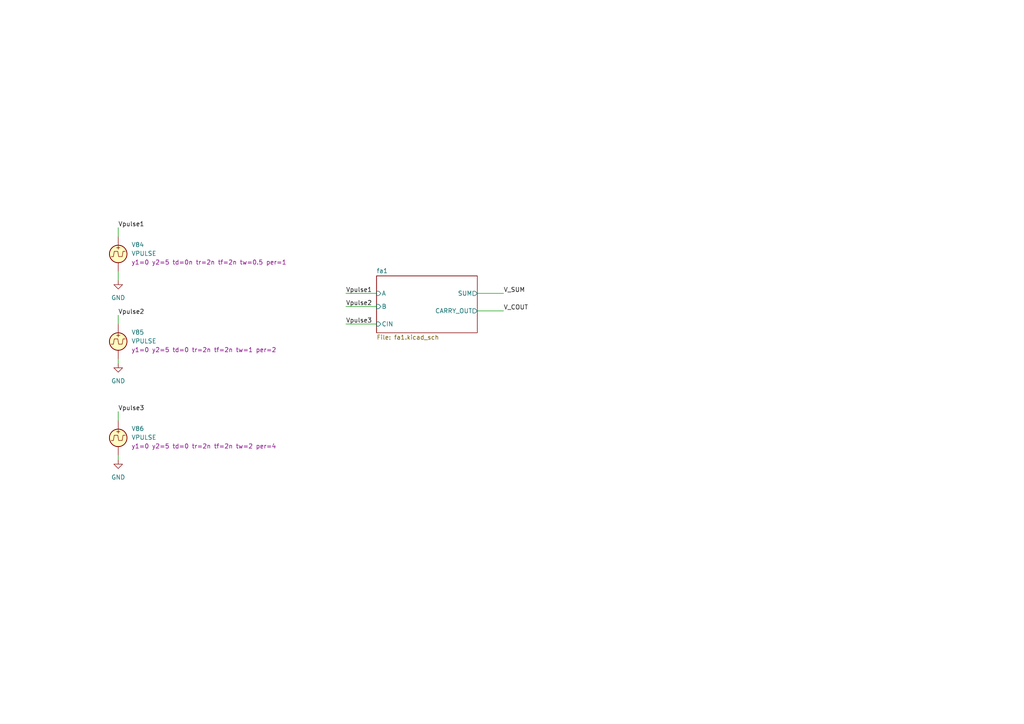
<source format=kicad_sch>
(kicad_sch (version 20250114) (generator "eeschema") (generator_version "9.0")
  (paper "A4")
  (lib_symbols
    (symbol "Simulation_SPICE:VPULSE" (pin_numbers (hide yes)) (pin_names (offset 0.0254))
      (property "Reference" "V" (at 2.54 2.54 0))
      (property "Value" "VPULSE" (at 2.54 0 0))
      (property "Sim.Params" "y1=0 y2=1 td=2n tr=2n tf=2n tw=50n per=100n" (at 2.54 -2.54 0))
      (symbol "VPULSE_0_0"
        (polyline (pts (xy -2.032 -0.762) (xy -1.397 -0.762) (xy -1.143 0.762) (xy -0.127 0.762) (xy 0.127 -0.762) (xy 1.143 -0.762) (xy 1.397 0.762) (xy 2.032 0.762)))
        (text "+" (at 0 1.905 0) (effects (font (size 1.27 1.27))))
      )
      (symbol "VPULSE_0_1"
        (circle (center 0 0) (radius 2.54) (stroke (width 0.254)) (fill (type background)))
      )
      (symbol "VPULSE_1_1"
        (pin passive line (at 0 5.08 270) (length 2.54) (name "~") (number "1"))
        (pin passive line (at 0 -5.08 90) (length 2.54) (name "~") (number "2"))
      )
    )
    (symbol "power:GND" (power) (pin_numbers (hide yes)) (pin_names (offset 0) (hide yes))
      (property "Value" "GND" (at 0 -3.81 0))
      (symbol "GND_0_1"
        (polyline (pts (xy 0 0) (xy 0 -1.27) (xy 1.27 -1.27) (xy 0 -2.54) (xy -1.27 -1.27) (xy 0 -1.27)))
      )
      (symbol "GND_1_1"
        (pin power_in line (at 0 0 270) (length 0) (name "~") (number "1"))
      )
    )
  )
  (wire (pts (xy 34.29 66.04) (xy 34.29 68.58)))
  (wire (pts (xy 100.33 88.9) (xy 109.22 88.9)))
  (wire (pts (xy 34.29 119.38) (xy 34.29 121.92)))
  (wire (pts (xy 138.43 85.09) (xy 146.05 85.09)))
  (wire (pts (xy 34.29 104.14) (xy 34.29 105.41)))
  (wire (pts (xy 34.29 132.08) (xy 34.29 133.35)))
  (wire (pts (xy 100.33 93.98) (xy 109.22 93.98)))
  (wire (pts (xy 34.29 78.74) (xy 34.29 81.28)))
  (wire (pts (xy 138.43 90.17) (xy 146.05 90.17)))
  (wire (pts (xy 100.33 85.09) (xy 109.22 85.09)))
  (wire (pts (xy 34.29 91.44) (xy 34.29 93.98)))
  (label "Vpulse2" (at 34.29 91.44 0))
  (label "Vpulse3" (at 34.29 119.38 0))
  (label "Vpulse3" (at 100.33 93.98 0))
  (label "Vpulse1" (at 34.29 66.04 0))
  (label "Vpulse2" (at 100.33 88.9 0))
  (label "V_SUM" (at 146.05 85.09 0))
  (label "V_COUT" (at 146.05 90.17 0))
  (label "Vpulse1" (at 100.33 85.09 0))
  (symbol (lib_id "Simulation_SPICE:VPULSE") (at 34.29 73.66 0) (unit 1)
    (property "Reference" "V84" (at 38.1 70.9901 0) (effects (justify left)))
    (property "Value" "VPULSE" (at 38.1 73.5301 0) (effects (justify left)))
    (property "Datasheet" "https://ngspice.sourceforge.io/docs/ngspice-html-manual/manual.xhtml#sec_Independent_Sources_for" (effects (hide yes)))
    (property "Description" "Voltage source, pulse" (effects (hide yes)))
    (property "Sim.Pins" "1=+ 2=-" (effects (hide yes)))
    (property "Sim.Type" "PULSE" (effects (hide yes)))
    (property "Sim.Device" "V" (effects (hide yes)))
    (property "Sim.Params" "y1=0 y2=5 td=0n tr=2n tf=2n tw=0.5 per=1" (at 38.1 76.0701 0) (effects (justify left)))
  )
  (symbol (lib_id "power:GND") (at 34.29 81.28 0) (unit 1)
    (property "Reference" "#PWR085" (effects (hide yes)))
    (property "Value" "GND" (at 34.29 86.36 0))
    (property "Description" "Power symbol creates a global label with name \"GND\" , ground" (effects (hide yes)))
  )
  (symbol (lib_id "power:GND") (at 34.29 133.35 0) (unit 1)
    (property "Reference" "#PWR087" (effects (hide yes)))
    (property "Value" "GND" (at 34.29 138.43 0))
    (property "Description" "Power symbol creates a global label with name \"GND\" , ground" (effects (hide yes)))
  )
  (symbol (lib_id "power:GND") (at 34.29 105.41 0) (unit 1)
    (property "Reference" "#PWR086" (effects (hide yes)))
    (property "Value" "GND" (at 34.29 110.49 0))
    (property "Description" "Power symbol creates a global label with name \"GND\" , ground" (effects (hide yes)))
  )
  (symbol (lib_id "Simulation_SPICE:VPULSE") (at 34.29 99.06 0) (unit 1)
    (property "Reference" "V85" (at 38.1 96.3901 0) (effects (justify left)))
    (property "Value" "VPULSE" (at 38.1 98.9301 0) (effects (justify left)))
    (property "Datasheet" "https://ngspice.sourceforge.io/docs/ngspice-html-manual/manual.xhtml#sec_Independent_Sources_for" (effects (hide yes)))
    (property "Description" "Voltage source, pulse" (effects (hide yes)))
    (property "Sim.Pins" "1=+ 2=-" (effects (hide yes)))
    (property "Sim.Type" "PULSE" (effects (hide yes)))
    (property "Sim.Device" "V" (effects (hide yes)))
    (property "Sim.Params" "y1=0 y2=5 td=0 tr=2n tf=2n tw=1 per=2" (at 38.1 101.4701 0) (effects (justify left)))
  )
  (symbol (lib_id "Simulation_SPICE:VPULSE") (at 34.29 127 0) (unit 1)
    (property "Reference" "V86" (at 38.1 124.3301 0) (effects (justify left)))
    (property "Value" "VPULSE" (at 38.1 126.8701 0) (effects (justify left)))
    (property "Datasheet" "https://ngspice.sourceforge.io/docs/ngspice-html-manual/manual.xhtml#sec_Independent_Sources_for" (effects (hide yes)))
    (property "Description" "Voltage source, pulse" (effects (hide yes)))
    (property "Sim.Pins" "1=+ 2=-" (effects (hide yes)))
    (property "Sim.Type" "PULSE" (effects (hide yes)))
    (property "Sim.Device" "V" (effects (hide yes)))
    (property "Sim.Params" "y1=0 y2=5 td=0 tr=2n tf=2n tw=2 per=4" (at 38.1 129.4101 0) (effects (justify left)))
  )
  (sheet (at 109.22 80.01) (size 29.21 16.51) (stroke (width 0.1524))
    (property "Sheetname" "fa1" (at 109.22 79.2984 0) (effects (justify left bottom)))
    (property "Sheetfile" "fa1.kicad_sch" (at 109.22 97.1046 0) (effects (justify left top)))
    (pin "A" input (at 109.22 85.09 180))
    (pin "B" input (at 109.22 88.9 180))
    (pin "CARRY_OUT" output (at 138.43 90.17 0))
    (pin "SUM" output (at 138.43 85.09 0))
    (pin "CIN" input (at 109.22 93.98 180))
  )
)
</source>
